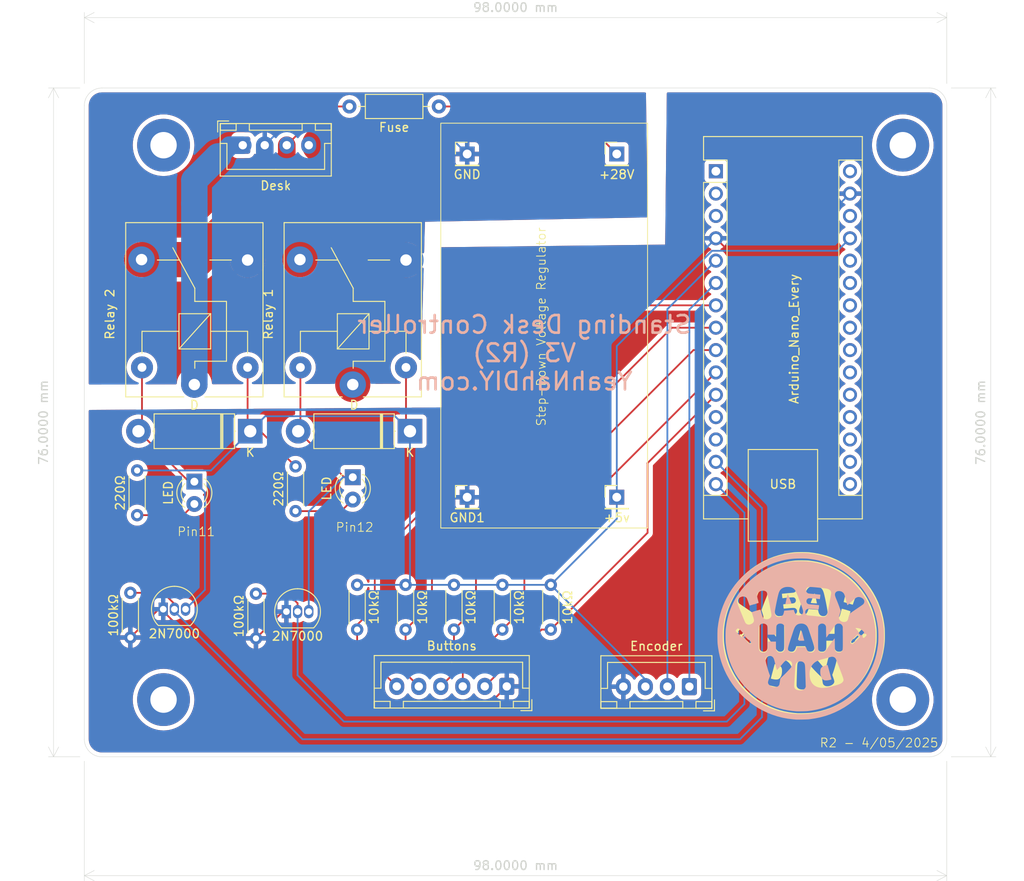
<source format=kicad_pcb>
(kicad_pcb (version 20240108) (generator "pcbnew") (generator_version "8.0")
  (layers (0 "F.Cu" signal) (31 "B.Cu" signal) (34 "B.Paste" user) (35 "F.Paste" user) (36 "B.SilkS" user "B.Silkscreen") (37 "F.SilkS" user "F.Silkscreen") (38 "B.Mask" user) (39 "F.Mask" user) (44 "Edge.Cuts" user))
  (net 0 "")
  (net 10 "Net-(A1-MOSI)")
  (net 13 "Net-(A1-D2)")
  (net 20 "Net-(A1-D3)")
  (net 21 "Net-(A1-MISO)")
  (net 23 "Net-(D1-A)")
  (net 24 "Net-(D2-A)")
  (net 25 "Net-(D3-A)")
  (net 26 "Net-(D4-A)")
  (net 27 "+5V")
  (net 28 "Net-(A1-D4)")
  (net 29 "Net-(A1-D6)")
  (net 30 "GND1")
  (net 31 "Net-(A1-D7)")
  (net 32 "Net-(A1-D5)")
  (net 33 "Net-(A1-D8)")
  (net 34 "+28V")
  (net 35 "GND")
  (net 36 "Net-(J1-Pin_4)")
  (net 37 "Net-(J1-Pin_1)")
  (net 38 "Net-(J3-Pin_1)")
  (footprint "Resistor_THT:R_Axial_DIN0204_L3.6mm_D1.6mm_P5.08mm_Horizontal" (layer "F.Cu") (at 70 97.46 -90)
    (property "Reference" "R6" (hide yes))
    (property "Value" "100kΩ" (at 2.54 1.92 90) (layer "F.SilkS"))
    (pad "1" thru_hole circle (at 0 0 270) (size 1.4 1.4) (drill 0.7) (layers "*.Cu" "*.Mask") (net 21 "Net-(A1-MISO)"))
    (pad "2" thru_hole oval (at 5.08 0 270) (size 1.4 1.4) (drill 0.7) (layers "*.Cu" "*.Mask") (net 30 "GND1"))
  )
  (footprint "Connector_PinHeader_2.54mm:PinHeader_1x01_P2.54mm_Vertical" (layer "F.Cu") (at 111 86.5)
    (property "Reference" "J6" (hide yes))
    (property "Value" "+5v" (at 0 2.33 0) (layer "F.SilkS"))
    (pad "1" thru_hole rect (at 0 0) (size 1.7 1.7) (drill 1) (layers "*.Cu" "*.Mask") (net 27 "+5V"))
  )
  (footprint "Connector_PinHeader_2.54mm:PinHeader_1x01_P2.54mm_Vertical" (layer "F.Cu") (at 94 86.5)
    (property "Reference" "J5" (hide yes))
    (property "Value" "GND1" (at 0 2.33 0) (layer "F.SilkS"))
    (pad "1" thru_hole rect (at 0 0) (size 1.7 1.7) (drill 1) (layers "*.Cu" "*.Mask") (net 30 "GND1"))
  )
  (footprint "Resistor_THT:R_Axial_DIN0204_L3.6mm_D1.6mm_P5.08mm_Horizontal" (layer "F.Cu") (at 87 101.54 90)
    (property "Reference" "R2" (hide yes))
    (property "Value" "10kΩ" (at 2.54 1.92 90) (layer "F.SilkS"))
    (pad "1" thru_hole circle (at 0 0 90) (size 1.4 1.4) (drill 0.7) (layers "*.Cu" "*.Mask") (net 32 "Net-(A1-D5)"))
    (pad "2" thru_hole oval (at 5.08 0 90) (size 1.4 1.4) (drill 0.7) (layers "*.Cu" "*.Mask") (net 27 "+5V"))
  )
  (footprint "MountingHole:MountingHole_3mm_Pad" (layer "F.Cu") (at 143.5 109.5)
    (property "Reference" "H3" (hide yes))
    (property "Value" "~" (hide yes))
    (pad "1" thru_hole circle (at 0 0) (size 6 6) (drill 3) (layers "*.Cu" "*.Mask"))
  )
  (footprint "LOGO" (layer "F.Cu") (at 132 102.2)
    (property "Reference" "G***" (hide yes))
    (property "Value" "LOGO" (hide yes))
  )
  (footprint "Relay_THT:Relay_SPDT_SANYOU_SRD_Series_Form_C" (layer "F.Cu") (at 81 73.7 90)
    (property "Reference" "K1" (hide yes))
    (property "Value" "Relay 1" (at 8 -9.6 90) (layer "F.SilkS"))
    (pad "1" thru_hole circle (at 0 0 180) (size 3 3) (drill 1.3) (layers "*.Cu" "*.Mask") (net 36 "Net-(J1-Pin_4)"))
    (pad "2" thru_hole circle (at 1.95 6.05 180) (size 2.5 2.5) (drill 1) (layers "*.Cu" "*.Mask") (net 27 "+5V"))
    (pad "3" thru_hole circle (at 14.15 6.05 180) (size 3 3) (drill 1.3) (layers "*.Cu" "*.Mask") (net 35 "GND"))
    (pad "4" thru_hole circle (at 14.2 -6 180) (size 3 3) (drill 1.3) (layers "*.Cu" "*.Mask") (net 34 "+28V"))
    (pad "5" thru_hole circle (at 1.95 -5.95 180) (size 2.5 2.5) (drill 1) (layers "*.Cu" "*.Mask") (net 23 "Net-(D1-A)"))
  )
  (footprint "Package_TO_SOT_THT:TO-92_Inline" (layer "F.Cu") (at 73.46 99.5)
    (property "Reference" "Q1" (hide yes))
    (property "Value" "2N7000" (at 1.27 2.79 0) (layer "F.SilkS"))
    (pad "1" thru_hole rect (at 0 0) (size 1.05 1.5) (drill 0.75) (layers "*.Cu" "*.Mask") (net 30 "GND1"))
    (pad "2" thru_hole oval (at 1.27 0) (size 1.05 1.5) (drill 0.75) (layers "*.Cu" "*.Mask") (net 21 "Net-(A1-MISO)"))
    (pad "3" thru_hole oval (at 2.54 0) (size 1.05 1.5) (drill 0.75) (layers "*.Cu" "*.Mask") (net 23 "Net-(D1-A)"))
  )
  (footprint "MountingHole:MountingHole_3mm_Pad" (layer "F.Cu") (at 59.5 109.5)
    (property "Reference" "H2" (hide yes))
    (property "Value" "~" (hide yes))
    (pad "1" thru_hole circle (at 0 0) (size 6 6) (drill 3) (layers "*.Cu" "*.Mask"))
  )
  (footprint "Diode_THT:D_5W_P12.70mm_Horizontal" (layer "F.Cu") (at 87.5 79 180)
    (property "Reference" "D1" (hide yes))
    (property "Value" "D" (at 6.35 2.97 0) (layer "F.SilkS"))
    (fp_text user "K" (at 0 -2.4 0) (layer "F.SilkS"))
    (pad "1" thru_hole rect (at 0 0 180) (size 2.8 2.8) (drill 1.4) (layers "*.Cu" "*.Mask") (net 27 "+5V"))
    (pad "2" thru_hole oval (at 12.7 0 180) (size 2.8 2.8) (drill 1.4) (layers "*.Cu" "*.Mask") (net 23 "Net-(D1-A)"))
  )
  (footprint "LED_THT:LED_D3.0mm" (layer "F.Cu") (at 81 84.23 -90)
    (property "Reference" "D3" (hide yes))
    (property "Value" "LED" (at 1.27 2.96 90) (layer "F.SilkS"))
    (pad "1" thru_hole rect (at 0 0 270) (size 1.8 1.8) (drill 0.9) (layers "*.Cu" "*.Mask") (net 23 "Net-(D1-A)"))
    (pad "2" thru_hole circle (at 2.54 0 270) (size 1.8 1.8) (drill 0.9) (layers "*.Cu" "*.Mask") (net 25 "Net-(D3-A)"))
  )
  (footprint "Resistor_THT:R_Axial_DIN0204_L3.6mm_D1.6mm_P5.08mm_Horizontal" (layer "F.Cu") (at 74.5 83 -90)
    (property "Reference" "R7" (hide yes))
    (property "Value" "220Ω" (at 2.54 1.92 90) (layer "F.SilkS"))
    (pad "1" thru_hole circle (at 0 0 270) (size 1.4 1.4) (drill 0.7) (layers "*.Cu" "*.Mask") (net 27 "+5V"))
    (pad "2" thru_hole oval (at 5.08 0 270) (size 1.4 1.4) (drill 0.7) (layers "*.Cu" "*.Mask") (net 25 "Net-(D3-A)"))
  )
  (footprint "Resistor_THT:R_Axial_DIN0204_L3.6mm_D1.6mm_P5.08mm_Horizontal" (layer "F.Cu") (at 92.5 101.54 90)
    (property "Reference" "R3" (hide yes))
    (property "Value" "10kΩ" (at 2.54 1.92 90) (layer "F.SilkS"))
    (pad "1" thru_hole circle (at 0 0 90) (size 1.4 1.4) (drill 0.7) (layers "*.Cu" "*.Mask") (net 29 "Net-(A1-D6)"))
    (pad "2" thru_hole oval (at 5.08 0 90) (size 1.4 1.4) (drill 0.7) (layers "*.Cu" "*.Mask") (net 27 "+5V"))
  )
  (footprint "MountingHole:MountingHole_3mm_Pad" (layer "F.Cu") (at 143.5 46.5)
    (property "Reference" "H4" (hide yes))
    (property "Value" "~" (hide yes))
    (pad "1" thru_hole circle (at 0 0) (size 6 6) (drill 3) (layers "*.Cu" "*.Mask"))
  )
  (footprint "Resistor_THT:R_Axial_DIN0204_L3.6mm_D1.6mm_P5.08mm_Horizontal" (layer "F.Cu") (at 98 101.54 90)
    (property "Reference" "R4" (hide yes))
    (property "Value" "10kΩ" (at 2.54 1.92 90) (layer "F.SilkS"))
    (pad "1" thru_hole circle (at 0 0 90) (size 1.4 1.4) (drill 0.7) (layers "*.Cu" "*.Mask") (net 31 "Net-(A1-D7)"))
    (pad "2" thru_hole oval (at 5.08 0 90) (size 1.4 1.4) (drill 0.7) (layers "*.Cu" "*.Mask") (net 27 "+5V"))
  )
  (footprint "Connector_PinHeader_2.54mm:PinHeader_1x01_P2.54mm_Vertical" (layer "F.Cu") (at 94 47.5)
    (property "Reference" "J4" (hide yes))
    (property "Value" "GND" (at 0 2.33 0) (layer "F.SilkS"))
    (pad "1" thru_hole rect (at 0 0) (size 1.7 1.7) (drill 1) (layers "*.Cu" "*.Mask") (net 35 "GND"))
  )
  (footprint "Connector_JST:JST_XH_B6B-XH-A_1x06_P2.50mm_Vertical" (layer "F.Cu") (at 98.5 108 180)
    (property "Reference" "J2" (hide yes))
    (property "Value" "Buttons" (at 6.25 4.6 0) (layer "F.SilkS"))
    (pad "1" thru_hole roundrect (at 0 0 180) (size 1.7 1.95) (drill 0.95) (layers "*.Cu" "*.Mask") (roundrect_rratio 0.147059) (net 30 "GND1"))
    (pad "2" thru_hole oval (at 2.5 0 180) (size 1.7 1.95) (drill 0.95) (layers "*.Cu" "*.Mask") (net 33 "Net-(A1-D8)"))
    (pad "3" thru_hole oval (at 5 0 180) (size 1.7 1.95) (drill 0.95) (layers "*.Cu" "*.Mask") (net 31 "Net-(A1-D7)"))
    (pad "4" thru_hole oval (at 7.5 0 180) (size 1.7 1.95) (drill 0.95) (layers "*.Cu" "*.Mask") (net 29 "Net-(A1-D6)"))
    (pad "5" thru_hole oval (at 10 0 180) (size 1.7 1.95) (drill 0.95) (layers "*.Cu" "*.Mask") (net 32 "Net-(A1-D5)"))
    (pad "6" thru_hole oval (at 12.5 0 180) (size 1.7 1.95) (drill 0.95) (layers "*.Cu" "*.Mask") (net 28 "Net-(A1-D4)"))
  )
  (footprint "Resistor_THT:R_Axial_DIN0207_L6.3mm_D2.5mm_P10.16mm_Horizontal" (layer "F.Cu") (at 80.62 42.1)
    (property "Reference" "F1" (hide yes))
    (property "Value" "Fuse" (at 5.08 2.37 0) (layer "F.SilkS"))
    (pad "1" thru_hole circle (at 0 0) (size 1.6 1.6) (drill 0.8) (layers "*.Cu" "*.Mask") (net 34 "+28V"))
    (pad "2" thru_hole oval (at 10.16 0) (size 1.6 1.6) (drill 0.8) (layers "*.Cu" "*.Mask") (net 38 "Net-(J3-Pin_1)"))
  )
  (footprint "MountingHole:MountingHole_3mm_Pad" (layer "F.Cu") (at 59.5 46.5)
    (property "Reference" "H1" (hide yes))
    (property "Value" "~" (hide yes))
    (pad "1" thru_hole circle (at 0 0) (size 6 6) (drill 3) (layers "*.Cu" "*.Mask"))
  )
  (footprint "Relay_THT:Relay_SPDT_SANYOU_SRD_Series_Form_C" (layer "F.Cu") (at 63 73.7 90)
    (property "Reference" "K2" (hide yes))
    (property "Value" "Relay 2" (at 8 -9.6 90) (layer "F.SilkS"))
    (pad "1" thru_hole circle (at 0 0 180) (size 3 3) (drill 1.3) (layers "*.Cu" "*.Mask") (net 37 "Net-(J1-Pin_1)"))
    (pad "2" thru_hole circle (at 1.95 6.05 180) (size 2.5 2.5) (drill 1) (layers "*.Cu" "*.Mask") (net 27 "+5V"))
    (pad "3" thru_hole circle (at 14.15 6.05 180) (size 3 3) (drill 1.3) (layers "*.Cu" "*.Mask") (net 35 "GND"))
    (pad "4" thru_hole circle (at 14.2 -6 180) (size 3 3) (drill 1.3) (layers "*.Cu" "*.Mask") (net 34 "+28V"))
    (pad "5" thru_hole circle (at 1.95 -5.95 180) (size 2.5 2.5) (drill 1) (layers "*.Cu" "*.Mask") (net 24 "Net-(D2-A)"))
  )
  (footprint "Module:Arduino_Nano" (layer "F.Cu") (at 122.26 49.46)
    (property "Reference" "A1" (hide yes))
    (property "Value" "Arduino_Nano_Every" (at 8.89 19.05 90) (layer "F.SilkS"))
    (fp_text user "USB" (at 7.62 35.56 0) (layer "F.SilkS"))
    (pad "1" thru_hole rect (at 0 0) (size 1.6 1.6) (drill 1) (layers "*.Cu" "*.Mask"))
    (pad "2" thru_hole oval (at 0 2.54) (size 1.6 1.6) (drill 1) (layers "*.Cu" "*.Mask"))
    (pad "3" thru_hole oval (at 0 5.08) (size 1.6 1.6) (drill 1) (layers "*.Cu" "*.Mask"))
    (pad "4" thru_hole oval (at 0 7.62) (size 1.6 1.6) (drill 1) (layers "*.Cu" "*.Mask") (net 30 "GND1"))
    (pad "5" thru_hole oval (at 0 10.16) (size 1.6 1.6) (drill 1) (layers "*.Cu" "*.Mask") (net 13 "Net-(A1-D2)"))
    (pad "6" thru_hole oval (at 0 12.7) (size 1.6 1.6) (drill 1) (layers "*.Cu" "*.Mask") (net 20 "Net-(A1-D3)"))
    (pad "7" thru_hole oval (at 0 15.24) (size 1.6 1.6) (drill 1) (layers "*.Cu" "*.Mask") (net 28 "Net-(A1-D4)"))
    (pad "8" thru_hole oval (at 0 17.78) (size 1.6 1.6) (drill 1) (layers "*.Cu" "*.Mask") (net 32 "Net-(A1-D5)"))
    (pad "9" thru_hole oval (at 0 20.32) (size 1.6 1.6) (drill 1) (layers "*.Cu" "*.Mask") (net 29 "Net-(A1-D6)"))
    (pad "10" thru_hole oval (at 0 22.86) (size 1.6 1.6) (drill 1) (layers "*.Cu" "*.Mask") (net 31 "Net-(A1-D7)"))
    (pad "11" thru_hole oval (at 0 25.4) (size 1.6 1.6) (drill 1) (layers "*.Cu" "*.Mask") (net 33 "Net-(A1-D8)"))
    (pad "12" thru_hole oval (at 0 27.94) (size 1.6 1.6) (drill 1) (layers "*.Cu" "*.Mask"))
    (pad "13" thru_hole oval (at 0 30.48) (size 1.6 1.6) (drill 1) (layers "*.Cu" "*.Mask"))
    (pad "14" thru_hole oval (at 0 33.02) (size 1.6 1.6) (drill 1) (layers "*.Cu" "*.Mask") (net 10 "Net-(A1-MOSI)"))
    (pad "15" thru_hole oval (at 0 35.56) (size 1.6 1.6) (drill 1) (layers "*.Cu" "*.Mask") (net 21 "Net-(A1-MISO)"))
    (pad "16" thru_hole oval (at 15.24 35.56) (size 1.6 1.6) (drill 1) (layers "*.Cu" "*.Mask"))
    (pad "17" thru_hole oval (at 15.24 33.02) (size 1.6 1.6) (drill 1) (layers "*.Cu" "*.Mask"))
    (pad "18" thru_hole oval (at 15.24 30.48) (size 1.6 1.6) (drill 1) (layers "*.Cu" "*.Mask"))
    (pad "19" thru_hole oval (at 15.24 27.94) (size 1.6 1.6) (drill 1) (layers "*.Cu" "*.Mask"))
    (pad "20" thru_hole oval (at 15.24 25.4) (size 1.6 1.6) (drill 1) (layers "*.Cu" "*.Mask"))
    (pad "21" thru_hole oval (at 15.24 22.86) (size 1.6 1.6) (drill 1) (layers "*.Cu" "*.Mask"))
    (pad "22" thru_hole oval (at 15.24 20.32) (size 1.6 1.6) (drill 1) (layers "*.Cu" "*.Mask"))
    (pad "23" thru_hole oval (at 15.24 17.78) (size 1.6 1.6) (drill 1) (layers "*.Cu" "*.Mask"))
    (pad "24" thru_hole oval (at 15.24 15.24) (size 1.6 1.6) (drill 1) (layers "*.Cu" "*.Mask"))
    (pad "25" thru_hole oval (at 15.24 12.7) (size 1.6 1.6) (drill 1) (layers "*.Cu" "*.Mask"))
    (pad "26" thru_hole oval (at 15.24 10.16) (size 1.6 1.6) (drill 1) (layers "*.Cu" "*.Mask"))
    (pad "27" thru_hole oval (at 15.24 7.62) (size 1.6 1.6) (drill 1) (layers "*.Cu" "*.Mask") (net 27 "+5V"))
    (pad "28" thru_hole oval (at 15.24 5.08) (size 1.6 1.6) (drill 1) (layers "*.Cu" "*.Mask"))
    (pad "29" thru_hole oval (at 15.24 2.54) (size 1.6 1.6) (drill 1) (layers "*.Cu" "*.Mask") (net 30 "GND1"))
    (pad "30" thru_hole oval (at 15.24 0) (size 1.6 1.6) (drill 1) (layers "*.Cu" "*.Mask"))
  )
  (footprint "Package_TO_SOT_THT:TO-92_Inline" (layer "F.Cu") (at 59.46 99.225)
    (property "Reference" "Q2" (hide yes))
    (property "Value" "2N7000" (at 1.27 2.79 0) (layer "F.SilkS"))
    (pad "1" thru_hole rect (at 0 0) (size 1.05 1.5) (drill 0.75) (layers "*.Cu" "*.Mask") (net 30 "GND1"))
    (pad "2" thru_hole oval (at 1.27 0) (size 1.05 1.5) (drill 0.75) (layers "*.Cu" "*.Mask") (net 10 "Net-(A1-MOSI)"))
    (pad "3" thru_hole oval (at 2.54 0) (size 1.05 1.5) (drill 0.75) (layers "*.Cu" "*.Mask") (net 24 "Net-(D2-A)"))
  )
  (footprint "Resistor_THT:R_Axial_DIN0204_L3.6mm_D1.6mm_P5.08mm_Horizontal" (layer "F.Cu") (at 56.5 83.46 -90)
    (property "Reference" "R8" (hide yes))
    (property "Value" "220Ω" (at 2.54 1.92 90) (layer "F.SilkS"))
    (pad "1" thru_hole circle (at 0 0 270) (size 1.4 1.4) (drill 0.7) (layers "*.Cu" "*.Mask") (net 27 "+5V"))
    (pad "2" thru_hole oval (at 5.08 0 270) (size 1.4 1.4) (drill 0.7) (layers "*.Cu" "*.Mask") (net 26 "Net-(D4-A)"))
  )
  (footprint "Connector_JST:JST_XH_B4B-XH-A_1x04_P2.50mm_Vertical" (layer "F.Cu") (at 119.25 108.025 180)
    (property "Reference" "J7" (hide yes))
    (property "Value" "Encoder" (at 3.75 4.6 0) (layer "F.SilkS"))
    (pad "1" thru_hole roundrect (at 0 0 180) (size 1.7 1.95) (drill 0.95) (layers "*.Cu" "*.Mask") (roundrect_rratio 0.147059) (net 20 "Net-(A1-D3)"))
    (pad "2" thru_hole oval (at 2.5 0 180) (size 1.7 1.95) (drill 0.95) (layers "*.Cu" "*.Mask") (net 13 "Net-(A1-D2)"))
    (pad "3" thru_hole oval (at 5 0 180) (size 1.7 1.95) (drill 0.95) (layers "*.Cu" "*.Mask") (net 27 "+5V"))
    (pad "4" thru_hole oval (at 7.5 0 180) (size 1.7 1.95) (drill 0.95) (layers "*.Cu" "*.Mask") (net 30 "GND1"))
  )
  (footprint "Connector_PinHeader_2.54mm:PinHeader_1x01_P2.54mm_Vertical" (layer "F.Cu") (at 111 47.5)
    (property "Reference" "J3" (hide yes))
    (property "Value" "+28V" (at 0 2.33 0) (layer "F.SilkS"))
    (pad "1" thru_hole rect (at 0 0) (size 1.7 1.7) (drill 1) (layers "*.Cu" "*.Mask") (net 38 "Net-(J3-Pin_1)"))
  )
  (footprint "Resistor_THT:R_Axial_DIN0204_L3.6mm_D1.6mm_P5.08mm_Horizontal" (layer "F.Cu") (at 103.5 101.54 90)
    (property "Reference" "R5" (hide yes))
    (property "Value" "10kΩ" (at 2.54 1.92 90) (layer "F.SilkS"))
    (pad "1" thru_hole circle (at 0 0 90) (size 1.4 1.4) (drill 0.7) (layers "*.Cu" "*.Mask") (net 33 "Net-(A1-D8)"))
    (pad "2" thru_hole oval (at 5.08 0 90) (size 1.4 1.4) (drill 0.7) (layers "*.Cu" "*.Mask") (net 27 "+5V"))
  )
  (footprint "LOGO" (layer "F.Cu") (at 131.9 102.3)
    (property "Reference" "G***" (hide yes))
    (property "Value" "LOGO" (hide yes))
  )
  (footprint "Resistor_THT:R_Axial_DIN0204_L3.6mm_D1.6mm_P5.08mm_Horizontal" (layer "F.Cu") (at 55.73 97.365 -90)
    (property "Reference" "R9" (hide yes))
    (property "Value" "100kΩ" (at 2.54 1.92 90) (layer "F.SilkS"))
    (pad "1" thru_hole circle (at 0 0 270) (size 1.4 1.4) (drill 0.7) (layers "*.Cu" "*.Mask") (net 10 "Net-(A1-MOSI)"))
    (pad "2" thru_hole oval (at 5.08 0 270) (size 1.4 1.4) (drill 0.7) (layers "*.Cu" "*.Mask") (net 30 "GND1"))
  )
  (footprint "Resistor_THT:R_Axial_DIN0204_L3.6mm_D1.6mm_P5.08mm_Horizontal" (layer "F.Cu") (at 81.5 101.54 90)
    (property "Reference" "R1" (hide yes))
    (property "Value" "10kΩ" (at 2.54 1.92 90) (layer "F.SilkS"))
    (pad "1" thru_hole circle (at 0 0 90) (size 1.4 1.4) (drill 0.7) (layers "*.Cu" "*.Mask") (net 28 "Net-(A1-D4)"))
    (pad "2" thru_hole oval (at 5.08 0 90) (size 1.4 1.4) (drill 0.7) (layers "*.Cu" "*.Mask") (net 27 "+5V"))
  )
  (footprint "LED_THT:LED_D3.0mm" (layer "F.Cu") (at 63 84.73 -90)
    (property "Reference" "D4" (hide yes))
    (property "Value" "LED" (at 1.27 2.96 90) (layer "F.SilkS"))
    (pad "1" thru_hole rect (at 0 0 270) (size 1.8 1.8) (drill 0.9) (layers "*.Cu" "*.Mask") (net 24 "Net-(D2-A)"))
    (pad "2" thru_hole circle (at 2.54 0 270) (size 1.8 1.8) (drill 0.9) (layers "*.Cu" "*.Mask") (net 26 "Net-(D4-A)"))
  )
  (footprint "Diode_THT:D_5W_P12.70mm_Horizontal" (layer "F.Cu") (at 69.35 79 180)
    (property "Reference" "D2" (hide yes))
    (property "Value" "D" (at 6.35 2.97 0) (layer "F.SilkS"))
    (fp_text user "K" (at 0 -2.4 0) (layer "F.SilkS"))
    (pad "1" thru_hole rect (at 0 0 180) (size 2.8 2.8) (drill 1.4) (layers "*.Cu" "*.Mask") (net 27 "+5V"))
    (pad "2" thru_hole oval (at 12.7 0 180) (size 2.8 2.8) (drill 1.4) (layers "*.Cu" "*.Mask") (net 24 "Net-(D2-A)"))
  )
  (footprint "Connector_JST:JST_XH_B4B-XH-A_1x04_P2.50mm_Vertical" (layer "F.Cu") (at 68.5 46.5)
    (property "Reference" "J1" (hide yes))
    (property "Value" "Desk" (at 3.75 4.6 0) (layer "F.SilkS"))
    (pad "1" thru_hole roundrect (at 0 0) (size 1.7 1.95) (drill 0.95) (layers "*.Cu" "*.Mask") (roundrect_rratio 0.147059) (net 37 "Net-(J1-Pin_1)"))
    (pad "2" thru_hole oval (at 2.5 0) (size 1.7 1.95) (drill 0.95) (layers "*.Cu" "*.Mask") (net 35 "GND"))
    (pad "3" thru_hole oval (at 5 0) (size 1.7 1.95) (drill 0.95) (layers "*.Cu" "*.Mask") (net 34 "+28V"))
    (pad "4" thru_hole oval (at 7.5 0) (size 1.7 1.95) (drill 0.95) (layers "*.Cu" "*.Mask") (net 36 "Net-(J1-Pin_4)"))
  )
  (gr_rect (start 91 44) (end 114.5 90) (stroke (width 0.1)) (fill none) (layer "F.SilkS"))
  (gr_arc (start 50.5 42) (mid 51.085786 40.585786) (end 52.5 40) (stroke (width 0.05)) (layer "Edge.Cuts"))
  (gr_arc (start 52.5 116) (mid 51.085786 115.414214) (end 50.5 114) (stroke (width 0.05)) (layer "Edge.Cuts"))
  (gr_line (start 50.5 42) (end 50.5 114) (stroke (width 0.05)) (layer "Edge.Cuts"))
  (gr_arc (start 148.5 114) (mid 147.914214 115.414214) (end 146.5 116) (stroke (width 0.05)) (layer "Edge.Cuts"))
  (gr_arc (start 146.5 40) (mid 147.914214 40.585786) (end 148.5 42) (stroke (width 0.05)) (layer "Edge.Cuts"))
  (gr_line (start 148.5 42) (end 148.5 114) (stroke (width 0.05)) (layer "Edge.Cuts"))
  (gr_line (start 146.5 40) (end 52.5 40) (stroke (width 0.05)) (layer "Edge.Cuts"))
  (gr_line (start 52.5 116) (end 146.5 116) (stroke (width 0.05)) (layer "Edge.Cuts"))
  (gr_text "Standing Desk Controller\nV3 (R2)\nYeahNahDIY.com" (at 100.5 74.5 0) (layer "B.SilkS") (effects (font (size 2 2) (thickness 0.3)) (justify bottom mirror)))
  (gr_text "Pin11" (at 61 91 0) (layer "F.SilkS") (effects (font (size 1 1) (thickness 0.1)) (justify left bottom)))
  (gr_text "R2 - 4/05/2025" (at 134 115 0) (layer "F.SilkS") (effects (font (size 1 1) (thickness 0.1)) (justify left bottom)))
  (gr_text "Pin12" (at 79 90.5 0) (layer "F.SilkS") (effects (font (size 1 1) (thickness 0.1)) (justify left bottom)))
  (gr_text "Step-Down Voltage Regulator" (at 103 78.5 90) (layer "F.SilkS") (effects (font (size 1 1) (thickness 0.1)) (justify left bottom)))
  (dimension (type aligned) (layer "Edge.Cuts") (pts (xy 50.5 116) (xy 148.5 116)) (height 13.499999) (gr_text "98.0000 mm" (at 99.5 128.349999 0) (layer "Edge.Cuts") (effects (font (size 1 1) (thickness 0.15)))) (format (prefix "") (suffix "") (units 3) (units_format 1) (precision 4)) (style (thickness 0.05) (arrow_length 1.27) (text_position_mode 0) (extension_height 0.58642) (extension_offset 0.5) keep_text_aligned))
  (dimension (type aligned) (layer "Edge.Cuts") (pts (xy 148.5 40) (xy 148.5 116)) (height -5) (gr_text "76.0000 mm" (at 152.35 78 90) (layer "Edge.Cuts") (effects (font (size 1 1) (thickness 0.15)))) (format (prefix "") (suffix "") (units 3) (units_format 1) (precision 4)) (style (thickness 0.05) (arrow_length 1.27) (text_position_mode 0) (extension_height 0.58642) (extension_offset 0.5) keep_text_aligned))
  (dimension (type aligned) (layer "Edge.Cuts") (pts (xy 50.5 40) (xy 50.5 116)) (height 3.5) (gr_text "76.0000 mm" (at 45.85 78 90) (layer "Edge.Cuts") (effects (font (size 1 1) (thickness 0.15)))) (format (prefix "") (suffix "") (units 3) (units_format 1) (precision 4)) (style (thickness 0.05) (arrow_length 1.27) (text_position_mode 0) (extension_height 0.58642) (extension_offset 0.5) keep_text_aligned))
  (dimension (type aligned) (layer "Edge.Cuts") (pts (xy 50.5 40) (xy 148.5 40)) (height -8) (gr_text "98.0000 mm" (at 99.5 30.85 0) (layer "Edge.Cuts") (effects (font (size 1 1) (thickness 0.15)))) (format (prefix "") (suffix "") (units 3) (units_format 1) (precision 4)) (style (thickness 0.05) (arrow_length 1.27) (text_position_mode 0) (extension_height 0.58642) (extension_offset 0.5) keep_text_aligned))
  (segment (start 55.73 97.365) (end 59.475 97.365) (width 0.2) (layer "F.Cu") (net 10))
  (segment (start 59.475 97.365) (end 60.73 98.62) (width 0.2) (layer "F.Cu") (net 10))
  (segment (start 60.73 98.62) (end 60.73 99.225) (width 0.2) (layer "F.Cu") (net 10))
  (segment (start 60.73 99.45) (end 60.73 99.225) (width 0.2) (layer "B.Cu") (net 10))
  (segment (start 125 114) (end 75.28 114) (width 0.2) (layer "B.Cu") (net 10))
  (segment (start 75.28 114) (end 60.73 99.45) (width 0.2) (layer "B.Cu") (net 10))
  (segment (start 122.26 82.48) (end 127.5 87.72) (width 0.2) (layer "B.Cu") (net 10))
  (segment (start 127.5 111.5) (end 125 114) (width 0.2) (layer "B.Cu") (net 10))
  (segment (start 127.5 87.72) (end 127.5 111.5) (width 0.2) (layer "B.Cu") (net 10))
  (segment (start 116.75 65.13) (end 122.26 59.62) (width 0.2) (layer "B.Cu") (net 13))
  (segment (start 116.75 108.025) (end 116.75 65.13) (width 0.2) (layer "B.Cu") (net 13))
  (segment (start 119.25 65.17) (end 122.26 62.16) (width 0.2) (layer "B.Cu") (net 20))
  (segment (start 119.25 108.025) (end 119.25 65.17) (width 0.2) (layer "B.Cu") (net 20))
  (segment (start 74.73 98.55) (end 74.73 99.5) (width 0.2) (layer "F.Cu") (net 21))
  (segment (start 73.64 97.46) (end 74.73 98.55) (width 0.2) (layer "F.Cu") (net 21))
  (segment (start 70 97.46) (end 73.64 97.46) (width 0.2) (layer "F.Cu") (net 21))
  (segment (start 125.5 110) (end 123.5 112) (width 0.2) (layer "B.Cu") (net 21))
  (segment (start 122.26 85.02) (end 125.5 88.26) (width 0.2) (layer "B.Cu") (net 21))
  (segment (start 80 112) (end 74.73 106.73) (width 0.2) (layer "B.Cu") (net 21))
  (segment (start 123.5 112) (end 80 112) (width 0.2) (layer "B.Cu") (net 21))
  (segment (start 74.73 106.73) (end 74.73 99.5) (width 0.2) (layer "B.Cu") (net 21))
  (segment (start 125.5 88.26) (end 125.5 110) (width 0.2) (layer "B.Cu") (net 21))
  (segment (start 75.05 71.75) (end 75.05 78.75) (width 0.2) (layer "F.Cu") (net 23))
  (segment (start 81 84.23) (end 80.03 84.23) (width 0.2) (layer "F.Cu") (net 23))
  (segment (start 75.135 79) (end 74.8 79) (width 0.2) (layer "F.Cu") (net 23))
  (segment (start 80.03 84.23) (end 74.8 79) (width 0.2) (layer "F.Cu") (net 23))
  (segment (start 75.05 78.75) (end 74.8 79) (width 0.2) (layer "F.Cu") (net 23))
  (segment (start 81 84.23) (end 79.9 84.23) (width 0.2) (layer "B.Cu") (net 23))
  (segment (start 79.9 84.23) (end 76 88.13) (width 0.2) (layer "B.Cu") (net 23))
  (segment (start 76 88.13) (end 76 99.5) (width 0.2) (layer "B.Cu") (net 23))
  (segment (start 63 84.73) (end 62.38 84.73) (width 0.2) (layer "F.Cu") (net 24))
  (segment (start 62.38 84.73) (end 56.65 79) (width 0.2) (layer "F.Cu") (net 24))
  (segment (start 57.05 71.75) (end 57.05 78.6) (width 0.2) (layer "F.Cu") (net 24))
  (segment (start 57.05 78.6) (end 56.65 79) (width 0.2) (layer "F.Cu") (net 24))
  (segment (start 62 99) (end 62 99.225) (width 0.2) (layer "F.Cu") (net 24))
  (segment (start 64.2 85.93) (end 64.2 97.025) (width 0.2) (layer "B.Cu") (net 24))
  (segment (start 64.2 97.025) (end 62 99.225) (width 0.2) (layer "B.Cu") (net 24))
  (segment (start 63 84.73) (end 64.2 85.93) (width 0.2) (layer "B.Cu") (net 24))
  (segment (start 74.5 88.08) (end 79.69 88.08) (width 0.2) (layer "F.Cu") (net 25))
  (segment (start 79.69 88.08) (end 81 86.77) (width 0.2) (layer "F.Cu") (net 25))
  (segment (start 61.73 88.54) (end 63 87.27) (width 0.2) (layer "F.Cu") (net 26))
  (segment (start 56.5 88.54) (end 61.73 88.54) (width 0.2) (layer "F.Cu") (net 26))
  (segment (start 69.05 78.7) (end 69.35 79) (width 0.2) (layer "F.Cu") (net 27))
  (segment (start 87.05 71.75) (end 87.05 78.55) (width 0.2) (layer "F.Cu") (net 27))
  (segment (start 69.05 71.75) (end 69.05 78.7) (width 0.2) (layer "F.Cu") (net 27))
  (segment (start 74.5 83) (end 70.5 79) (width 0.2) (layer "F.Cu") (net 27))
  (segment (start 87.05 78.55) (end 87.5 79) (width 0.2) (layer "F.Cu") (net 27))
  (segment (start 70.5 79) (end 69.35 79) (width 0.2) (layer "F.Cu") (net 27))
  (segment (start 103.5 96.46) (end 114.25 107.21) (width 0.2) (layer "B.Cu") (net 27))
  (segment (start 111 69.324365) (end 121.824365 58.5) (width 0.2) (layer "B.Cu") (net 27))
  (segment (start 111 88.96) (end 111 86.5) (width 0.2) (layer "B.Cu") (net 27))
  (segment (start 114.25 107.21) (end 114.25 108.025) (width 0.2) (layer "B.Cu") (net 27))
  (segment (start 103.5 96.46) (end 81.5 96.46) (width 0.2) (layer "B.Cu") (net 27))
  (segment (start 71.05 77.3) (end 85.8 77.3) (width 0.2) (layer "B.Cu") (net 27))
  (segment (start 103.5 96.46) (end 111 88.96) (width 0.2) (layer "B.Cu") (net 27))
  (segment (start 69.35 79) (end 71.05 77.3) (width 0.2) (layer "B.Cu") (net 27))
  (segment (start 64.89 83.46) (end 69.35 79) (width 0.2) (layer "B.Cu") (net 27))
  (segment (start 111 86.5) (end 111 69.324365) (width 0.2) (layer "B.Cu") (net 27))
  (segment (start 136.08 58.5) (end 137.5 57.08) (width 0.2) (layer "B.Cu") (net 27))
  (segment (start 87.5 79) (end 87.5 95.96) (width 0.2) (layer "B.Cu") (net 27))
  (segment (start 121.824365 58.5) (end 136.08 58.5) (width 0.2) (layer "B.Cu") (net 27))
  (segment (start 56.5 83.46) (end 64.89 83.46) (width 0.2) (layer "B.Cu") (net 27))
  (segment (start 87.5 95.96) (end 87 96.46) (width 0.2) (layer "B.Cu") (net 27))
  (segment (start 85.8 77.3) (end 87.5 79) (width 0.2) (layer "B.Cu") (net 27))
  (segment (start 112.3 64.7) (end 122.26 64.7) (width 0.2) (layer "F.Cu") (net 28))
  (segment (start 81.5 101) (end 83.5 99) (width 0.2) (layer "F.Cu") (net 28))
  (segment (start 83.5 93.5) (end 112.3 64.7) (width 0.2) (layer "F.Cu") (net 28))
  (segment (start 83.5 99) (end 83.5 93.5) (width 0.2) (layer "F.Cu") (net 28))
  (segment (start 81.5 101.54) (end 81.5 103.5) (width 0.2) (layer "F.Cu") (net 28))
  (segment (start 81.5 101.54) (end 81.5 101) (width 0.2) (layer "F.Cu") (net 28))
  (segment (start 81.5 103.5) (end 86 108) (width 0.2) (layer "F.Cu") (net 28))
  (segment (start 92.5 106.5) (end 91 108) (width 0.2) (layer "F.Cu") (net 29))
  (segment (start 95 99.04) (end 95 94.5) (width 0.2) (layer "F.Cu") (net 29))
  (segment (start 92.5 101.54) (end 95 99.04) (width 0.2) (layer "F.Cu") (net 29))
  (segment (start 95 94.5) (end 119.72 69.78) (width 0.2) (layer "F.Cu") (net 29))
  (segment (start 119.72 69.78) (end 122.26 69.78) (width 0.2) (layer "F.Cu") (net 29))
  (segment (start 92.5 101.54) (end 92.5 106.5) (width 0.2) (layer "F.Cu") (net 29))
  (segment (start 59.46 99.225) (end 58.95 99.225) (width 0.2) (layer "F.Cu") (net 30))
  (segment (start 96 110.5) (end 98.5 108) (width 0.2) (layer "F.Cu") (net 30))
  (segment (start 79 110.5) (end 96 110.5) (width 0.2) (layer "F.Cu") (net 30))
  (segment (start 62.55 102.54) (end 59.46 99.45) (width 0.2) (layer "F.Cu") (net 30))
  (segment (start 79 110.5) (end 71.04 102.54) (width 0.2) (layer "F.Cu") (net 30))
  (segment (start 71.04 102.54) (end 70 102.54) (width 0.2) (layer "F.Cu") (net 30))
  (segment (start 124.5 90.5) (end 111.75 103.25) (width 0.2) (layer "F.Cu") (net 30))
  (segment (start 73.04 99.5) (end 73.46 99.5) (width 0.2) (layer "F.Cu") (net 30))
  (segment (start 122.26 57.08) (end 124.5 59.32) (width 0.2) (layer "F.Cu") (net 30))
  (segment (start 70 102.54) (end 73.04 99.5) (width 0.2) (layer "F.Cu") (net 30))
  (segment (start 124.5 59.32) (end 124.5 90.5) (width 0.2) (layer "F.Cu") (net 30))
  (segment (start 58.95 99.225) (end 55.73 102.445) (width 0.2) (layer "F.Cu") (net 30))
  (segment (start 59.46 99.45) (end 59.46 99.225) (width 0.2) (layer "F.Cu") (net 30))
  (segment (start 70 102.54) (end 62.55 102.54) (width 0.2) (layer "F.Cu") (net 30))
  (segment (start 111.75 103.25) (end 111.75 108.025) (width 0.2) (layer "F.Cu") (net 30))
  (segment (start 132.42 57.08) (end 137.5 52) (width 0.2) (layer "B.Cu") (net 30))
  (segment (start 122.26 57.08) (end 132.42 57.08) (width 0.2) (layer "B.Cu") (net 30))
  (segment (start 111.25 108) (end 111.75 108.5) (width 0.2) (layer "B.Cu") (net 30))
  (segment (start 94 86.5) (end 94 85.34) (width 0.2) (layer "B.Cu") (net 30))
  (segment (start 94 85.34) (end 122.26 57.08) (width 0.2) (layer "B.Cu") (net 30))
  (segment (start 111.725 108) (end 111.75 108.025) (width 0.2) (layer "B.Cu") (net 30))
  (segment (start 98.5 108) (end 111.725 108) (width 0.2) (layer "B.Cu") (net 30))
  (segment (start 100.5 94.08) (end 122.26 72.32) (width 0.2) (layer "F.Cu") (net 31))
  (segment (start 100.5 99.04) (end 100.5 94.08) (width 0.2) (layer "F.Cu") (net 31))
  (segment (start 98 101.54) (end 100.5 99.04) (width 0.2) (layer "F.Cu") (net 31))
  (segment (start 93.5 106.04) (end 93.5 108) (width 0.2) (layer "F.Cu") (net 31))
  (segment (start 98 101.54) (end 93.5 106.04) (width 0.2) (layer "F.Cu") (net 31))
  (segment (start 87 101.54) (end 87 106.5) (width 0.2) (layer "F.Cu") (net 32))
  (segment (start 90 94.5) (end 117.26 67.24) (width 0.2) (layer "F.Cu") (net 32))
  (segment (start 87 106.5) (end 88.5 108) (width 0.2) (layer "F.Cu") (net 32))
  (segment (start 117.26 67.24) (end 122.26 67.24) (width 0.2) (layer "F.Cu") (net 32))
  (segment (start 87 101.54) (end 90 98.54) (width 0.2) (layer "F.Cu") (net 32))
  (segment (start 90 98.54) (end 90 94.5) (width 0.2) (layer "F.Cu") (net 32))
  (segment (start 103.5 101.54) (end 102.46 101.54) (width 0.2) (layer "F.Cu") (net 33))
  (segment (start 102.46 101.54) (end 96 108) (width 0.2) (layer "F.Cu") (net 33))
  (segment (start 103.5 101.54) (end 114.5 90.54) (width 0.2) (layer "F.Cu") (net 33))
  (segment (start 114.5 90.54) (end 114.5 82.62) (width 0.2) (layer "F.Cu") (net 33))
  (segment (start 114.5 82.62) (end 122.26 74.86) (width 0.2) (layer "F.Cu") (net 33))
  (segment (start 77.9 42.1) (end 80.62 42.1) (width 0.2) (layer "F.Cu") (net 34))
  (segment (start 73.5 49.26) (end 73.5 46.5) (width 2) (layer "F.Cu") (net 34))
  (segment (start 63.26 59.5) (end 73.5 49.26) (width 4) (layer "F.Cu") (net 34))
  (segment (start 57 59.5) (end 63.26 59.5) (width 4) (layer "F.Cu") (net 34))
  (segment (start 60.5 59.5) (end 57 59.5) (width 0.2) (layer "F.Cu") (net 34))
  (segment (start 75 50.76) (end 73.5 49.26) (width 4) (layer "F.Cu") (net 34))
  (segment (start 73.5 46.5) (end 77.9 42.1) (width 0.2) (layer "F.Cu") (net 34))
  (segment (start 75 59.5) (end 75 50.76) (width 4) (layer "F.Cu") (net 34))
  (segment (start 73.5 46.5) (end 60.5 59.5) (width 0.2) (layer "F.Cu") (net 34))
  (segment (start 73.3 46.525) (end 73.3 46.2) (width 0.2) (layer "F.Cu") (net 34))
  (segment (start 71 49.49) (end 71 51.319493) (width 0.2) (layer "B.Cu") (net 35))
  (segment (start 71 57.6) (end 71 49.49) (width 0.2) (layer "B.Cu") (net 35))
  (segment (start 69.05 59.55) (end 69.05 59.05) (width 0.2) (layer "B.Cu") (net 35))
  (segment (start 91.425 44.925) (end 80.525 44.925) (width 0.2) (layer "B.Cu") (net 35))
  (segment (start 71 46.5) (end 71 49.49) (width 2) (layer "B.Cu") (net 35))
  (segment (start 80.525 44.925) (end 78.8 43.2) (width 0.2) (layer "B.Cu") (net 35))
  (segment (start 69.05 59.55) (end 69.05 51.44) (width 4) (layer "B.Cu") (net 35))
  (segment (start 94 47.5) (end 91.425 44.925) (width 0.2) (layer "B.Cu") (net 35))
  (segment (start 78.8 43.2) (end 74.3 43.2) (width 0.2) (layer "B.Cu") (net 35))
  (segment (start 70.8 45.7) (end 70.8 46.525) (width 0.2) (layer "B.Cu") (net 35))
  (segment (start 74.3 43.2) (end 71 46.5) (width 0.2) (layer "B.Cu") (net 35))
  (segment (start 81.06 59.55) (end 71 49.49) (width 4) (layer "B.Cu") (net 35))
  (segment (start 94 46.5) (end 94 47.5) (width 0.2) (layer "B.Cu") (net 35))
  (segment (start 69.05 51.44) (end 71 49.49) (width 4) (layer "B.Cu") (net 35))
  (segment (start 71 51.319493) (end 71.020507 51.34) (width 0.2) (layer "B.Cu") (net 35))
  (segment (start 87.05 59.55) (end 81.06 59.55) (width 4) (layer "B.Cu") (net 35))
  (segment (start 81 73.7) (end 81 51.5) (width 0.2) (layer "F.Cu") (net 36))
  (segment (start 81 51.5) (end 76 46.5) (width 0.2) (layer "F.Cu") (net 36))
  (segment (start 81 50.22) (end 81 73.7) (width 4) (layer "F.Cu") (net 36))
  (segment (start 81 50.22) (end 77.228478 46.448478) (width 4) (layer "F.Cu") (net 36))
  (segment (start 63 50.48) (end 65.71 47.77) (width 3) (layer "B.Cu") (net 37))
  (segment (start 66.98 46.5) (end 65.71 47.77) (width 2) (layer "B.Cu") (net 37))
  (segment (start 63 52) (end 63 53.15) (width 0.2) (layer "B.Cu") (net 37))
  (segment (start 63 50.48) (end 63 53.15) (width 3) (layer "B.Cu") (net 37))
  (segment (start 63 73.7) (end 63 53.15) (width 3) (layer "B.Cu") (net 37))
  (segment (start 68.5 46.5) (end 63 52) (width 0.2) (layer "B.Cu") (net 37))
  (segment (start 68.5 46.5) (end 66.98 46.5) (width 2) (layer "B.Cu") (net 37))
  (segment (start 90.78 42.1) (end 105.6 42.1) (width 0.2) (layer "F.Cu") (net 38))
  (segment (start 105.6 42.1) (end 111 47.5) (width 0.2) (layer "F.Cu") (net 38))
  (zone (net 30) (net_name "GND1") (layers "F&B.Cu") (connect_pads (clearance 0.5)) (min_thickness 0.25) (fill yes (thermal_gap 0.5) (thermal_bridge_width 0.5))
    (polygon (pts (xy 90.9 58.1) (xy 116.5 57.8) (xy 116.7 39.4) (xy 149 39.3) (xy 148.7 115.8) (xy 48.8 116.8) (xy 49.2 76.6) (xy 91.1 76.3) (xy 91 58.3)))
  )
  (zone (net 35) (net_name "GND") (layers "F&B.Cu") (priority 1) (connect_pads (clearance 0.5)) (min_thickness 0.25) (fill yes (thermal_gap 0.5) (thermal_bridge_width 0.5))
    (polygon (pts (xy 49.8 39.4) (xy 114.3 39.4) (xy 114.5 54.7) (xy 89.2 55.2) (xy 88.7 73.6) (xy 50.3 73.7) (xy 49.9 39.4)))
  )
)
</source>
